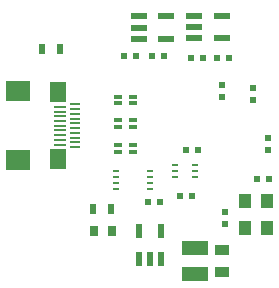
<source format=gbp>
G04*
G04 #@! TF.GenerationSoftware,Altium Limited,Altium Designer,19.1.1 (5)*
G04*
G04 Layer_Color=128*
%FSLAX25Y25*%
%MOIN*%
G70*
G01*
G75*
%ADD22R,0.02205X0.02362*%
%ADD23R,0.02400X0.01000*%
%ADD24R,0.02756X0.01181*%
%ADD25R,0.02200X0.01000*%
%ADD26R,0.02362X0.03543*%
%ADD27R,0.03150X0.03543*%
G04:AMPARAMS|DCode=28|XSize=48.82mil|YSize=21.65mil|CornerRadius=1.52mil|HoleSize=0mil|Usage=FLASHONLY|Rotation=90.000|XOffset=0mil|YOffset=0mil|HoleType=Round|Shape=RoundedRectangle|*
%AMROUNDEDRECTD28*
21,1,0.04882,0.01862,0,0,90.0*
21,1,0.04579,0.02165,0,0,90.0*
1,1,0.00303,0.00931,0.02290*
1,1,0.00303,0.00931,-0.02290*
1,1,0.00303,-0.00931,-0.02290*
1,1,0.00303,-0.00931,0.02290*
%
%ADD28ROUNDEDRECTD28*%
%ADD29R,0.08740X0.04882*%
%ADD30R,0.05000X0.03394*%
%ADD31R,0.02362X0.02205*%
%ADD32R,0.04000X0.05000*%
G04:AMPARAMS|DCode=33|XSize=23.23mil|YSize=53.94mil|CornerRadius=1.74mil|HoleSize=0mil|Usage=FLASHONLY|Rotation=90.000|XOffset=0mil|YOffset=0mil|HoleType=Round|Shape=RoundedRectangle|*
%AMROUNDEDRECTD33*
21,1,0.02323,0.05046,0,0,90.0*
21,1,0.01975,0.05394,0,0,90.0*
1,1,0.00348,0.02523,0.00987*
1,1,0.00348,0.02523,-0.00987*
1,1,0.00348,-0.02523,-0.00987*
1,1,0.00348,-0.02523,0.00987*
%
%ADD33ROUNDEDRECTD33*%
%ADD34R,0.03937X0.00906*%
%ADD35R,0.03346X0.00906*%
%ADD36R,0.05433X0.07087*%
%ADD37R,0.07874X0.06693*%
D22*
X63500Y31299D02*
D03*
X67500D02*
D03*
X53000Y29299D02*
D03*
X57000D02*
D03*
X89496Y37039D02*
D03*
X93496D02*
D03*
X80079Y77480D02*
D03*
X76079D02*
D03*
X67299D02*
D03*
X71299D02*
D03*
X58410Y78031D02*
D03*
X54409D02*
D03*
X45094Y78110D02*
D03*
X49095D02*
D03*
X65500Y46760D02*
D03*
X69500D02*
D03*
D23*
X61839Y41618D02*
D03*
Y39649D02*
D03*
Y37681D02*
D03*
X68539D02*
D03*
Y39649D02*
D03*
Y41618D02*
D03*
D24*
X43039Y64500D02*
D03*
Y62334D02*
D03*
X47961Y64500D02*
D03*
Y62334D02*
D03*
Y54460D02*
D03*
Y56626D02*
D03*
Y46133D02*
D03*
Y48299D02*
D03*
X43039Y54460D02*
D03*
Y56626D02*
D03*
Y48299D02*
D03*
Y46133D02*
D03*
D25*
X42194Y33894D02*
D03*
Y35862D02*
D03*
Y37831D02*
D03*
Y39799D02*
D03*
X53602D02*
D03*
Y37831D02*
D03*
Y35862D02*
D03*
Y33894D02*
D03*
D26*
X40600Y26937D02*
D03*
X34600D02*
D03*
X23638Y80559D02*
D03*
X17638D02*
D03*
D27*
X41046Y19858D02*
D03*
X35046D02*
D03*
D28*
X57342D02*
D03*
X49862D02*
D03*
Y10528D02*
D03*
X53602D02*
D03*
X57342D02*
D03*
D29*
X68539Y14047D02*
D03*
Y5465D02*
D03*
D30*
X77681Y6016D02*
D03*
Y13496D02*
D03*
D31*
X78661Y22181D02*
D03*
Y26181D02*
D03*
X92898Y50760D02*
D03*
Y46760D02*
D03*
X88125Y63417D02*
D03*
Y67417D02*
D03*
X77602Y64520D02*
D03*
Y68520D02*
D03*
D32*
X85362Y29786D02*
D03*
X92550Y29755D02*
D03*
X92519Y20630D02*
D03*
X85237Y20599D02*
D03*
D33*
X77539Y84016D02*
D03*
Y91496D02*
D03*
X68287D02*
D03*
Y87756D02*
D03*
Y84016D02*
D03*
X59154Y83819D02*
D03*
Y91299D02*
D03*
X49902D02*
D03*
Y87559D02*
D03*
Y83819D02*
D03*
D34*
X23799Y56406D02*
D03*
Y57981D02*
D03*
Y51681D02*
D03*
Y53256D02*
D03*
Y61130D02*
D03*
Y59555D02*
D03*
Y54831D02*
D03*
Y50107D02*
D03*
Y48532D02*
D03*
D35*
X28622Y54044D02*
D03*
Y55618D02*
D03*
Y61918D02*
D03*
Y60343D02*
D03*
Y58768D02*
D03*
Y57193D02*
D03*
Y52469D02*
D03*
Y50894D02*
D03*
Y49319D02*
D03*
Y47744D02*
D03*
D36*
X23051Y43611D02*
D03*
Y66051D02*
D03*
D37*
X9823Y43414D02*
D03*
Y66248D02*
D03*
M02*

</source>
